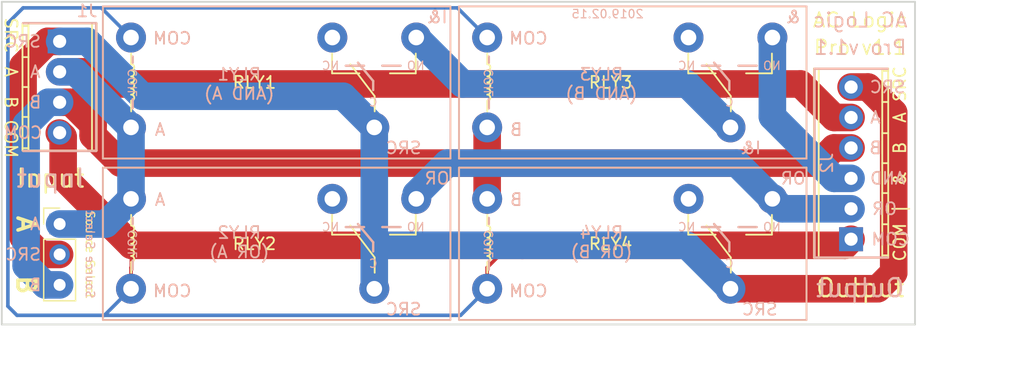
<source format=kicad_pcb>
(kicad_pcb (version 4) (host pcbnew 4.0.7)

  (general
    (links 22)
    (no_connects 0)
    (area 114.478999 75.362999 190.829001 102.437001)
    (thickness 1.6)
    (drawings 92)
    (tracks 81)
    (zones 0)
    (modules 7)
    (nets 12)
  )

  (page A4)
  (layers
    (0 F.Cu signal hide)
    (31 B.Cu signal hide)
    (32 B.Adhes user)
    (33 F.Adhes user)
    (34 B.Paste user)
    (35 F.Paste user)
    (36 B.SilkS user)
    (37 F.SilkS user)
    (38 B.Mask user)
    (39 F.Mask user)
    (40 Dwgs.User user)
    (41 Cmts.User user)
    (42 Eco1.User user)
    (43 Eco2.User user)
    (44 Edge.Cuts user)
    (45 Margin user)
    (46 B.CrtYd user)
    (47 F.CrtYd user)
    (48 B.Fab user hide)
    (49 F.Fab user hide)
  )

  (setup
    (last_trace_width 0.25)
    (trace_clearance 0.2)
    (zone_clearance 0.508)
    (zone_45_only no)
    (trace_min 0.2)
    (segment_width 0.2)
    (edge_width 0.15)
    (via_size 0.6)
    (via_drill 0.4)
    (via_min_size 0.4)
    (via_min_drill 0.3)
    (uvia_size 0.3)
    (uvia_drill 0.1)
    (uvias_allowed no)
    (uvia_min_size 0.2)
    (uvia_min_drill 0.1)
    (pcb_text_width 0.3)
    (pcb_text_size 1.5 1.5)
    (mod_edge_width 0.15)
    (mod_text_size 1 1)
    (mod_text_width 0.15)
    (pad_size 1.524 1.524)
    (pad_drill 0.762)
    (pad_to_mask_clearance 0.2)
    (aux_axis_origin 0 0)
    (visible_elements 7FFFFFFF)
    (pcbplotparams
      (layerselection 0x010f0_80000001)
      (usegerberextensions false)
      (excludeedgelayer true)
      (linewidth 0.100000)
      (plotframeref false)
      (viasonmask false)
      (mode 1)
      (useauxorigin false)
      (hpglpennumber 1)
      (hpglpenspeed 20)
      (hpglpendiameter 15)
      (hpglpenoverlay 2)
      (psnegative false)
      (psa4output false)
      (plotreference true)
      (plotvalue true)
      (plotinvisibletext false)
      (padsonsilk false)
      (subtractmaskfromsilk false)
      (outputformat 1)
      (mirror false)
      (drillshape 0)
      (scaleselection 1)
      (outputdirectory Export/))
  )

  (net 0 "")
  (net 1 SOURCE)
  (net 2 A)
  (net 3 B)
  (net 4 COMMON)
  (net 5 AND)
  (net 6 OR)
  (net 7 INT_AND)
  (net 8 "Net-(RLY1-Pad12)")
  (net 9 "Net-(RLY2-Pad12)")
  (net 10 "Net-(RLY3-Pad12)")
  (net 11 "Net-(RLY4-Pad12)")

  (net_class Default "This is the default net class."
    (clearance 0.2)
    (trace_width 0.25)
    (via_dia 0.6)
    (via_drill 0.4)
    (uvia_dia 0.3)
    (uvia_drill 0.1)
  )

  (net_class "High Current" ""
    (clearance 0.2)
    (trace_width 2.3)
    (via_dia 0.6)
    (via_drill 0.4)
    (uvia_dia 0.3)
    (uvia_drill 0.1)
    (add_net A)
    (add_net AND)
    (add_net B)
    (add_net INT_AND)
    (add_net OR)
    (add_net SOURCE)
  )

  (net_class "Low Current" ""
    (clearance 0.2)
    (trace_width 0.3)
    (via_dia 0.6)
    (via_drill 0.4)
    (uvia_dia 0.3)
    (uvia_drill 0.1)
    (add_net COMMON)
    (add_net "Net-(RLY1-Pad12)")
    (add_net "Net-(RLY2-Pad12)")
    (add_net "Net-(RLY3-Pad12)")
    (add_net "Net-(RLY4-Pad12)")
  )

  (module Pin_Headers:Pin_Header_Straight_1x03_Pitch2.54mm (layer F.Cu) (tedit 5C58C9F5) (tstamp 5C58B6FB)
    (at 119.38 93.98)
    (descr "Through hole straight pin header, 1x03, 2.54mm pitch, single row")
    (tags "Through hole pin header THT 1x03 2.54mm single row")
    (path /5C58CA88)
    (fp_text reference JP1 (at 0 7.366) (layer F.SilkS) hide
      (effects (font (size 1 1) (thickness 0.15)))
    )
    (fp_text value "Source Select" (at -2.794 2.54 270) (layer F.Fab)
      (effects (font (size 1 1) (thickness 0.15)))
    )
    (fp_line (start -0.635 -1.27) (end 1.27 -1.27) (layer F.Fab) (width 0.1))
    (fp_line (start 1.27 -1.27) (end 1.27 6.35) (layer F.Fab) (width 0.1))
    (fp_line (start 1.27 6.35) (end -1.27 6.35) (layer F.Fab) (width 0.1))
    (fp_line (start -1.27 6.35) (end -1.27 -0.635) (layer F.Fab) (width 0.1))
    (fp_line (start -1.27 -0.635) (end -0.635 -1.27) (layer F.Fab) (width 0.1))
    (fp_line (start -1.33 6.41) (end 1.33 6.41) (layer F.SilkS) (width 0.12))
    (fp_line (start -1.33 1.27) (end -1.33 6.41) (layer F.SilkS) (width 0.12))
    (fp_line (start 1.33 1.27) (end 1.33 6.41) (layer F.SilkS) (width 0.12))
    (fp_line (start -1.33 1.27) (end 1.33 1.27) (layer F.SilkS) (width 0.12))
    (fp_line (start -1.33 0) (end -1.33 -1.33) (layer F.SilkS) (width 0.12))
    (fp_line (start -1.33 -1.33) (end 0 -1.33) (layer F.SilkS) (width 0.12))
    (fp_line (start -1.8 -1.8) (end -1.8 6.85) (layer F.CrtYd) (width 0.05))
    (fp_line (start -1.8 6.85) (end 1.8 6.85) (layer F.CrtYd) (width 0.05))
    (fp_line (start 1.8 6.85) (end 1.8 -1.8) (layer F.CrtYd) (width 0.05))
    (fp_line (start 1.8 -1.8) (end -1.8 -1.8) (layer F.CrtYd) (width 0.05))
    (fp_text user %R (at 0 -2.032) (layer F.Fab)
      (effects (font (size 1 1) (thickness 0.15)))
    )
    (pad 1 thru_hole rect (at 0 0) (size 1.7 1.7) (drill 1) (layers *.Cu *.Mask)
      (net 2 A))
    (pad 2 thru_hole oval (at 0 2.54) (size 1.7 1.7) (drill 1) (layers *.Cu *.Mask)
      (net 1 SOURCE))
    (pad 3 thru_hole oval (at 0 5.08) (size 1.7 1.7) (drill 1) (layers *.Cu *.Mask)
      (net 3 B))
    (model ${KISYS3DMOD}/Pin_Headers.3dshapes/Pin_Header_Straight_1x03_Pitch2.54mm.wrl
      (at (xyz 0 0 0))
      (scale (xyz 1 1 1))
      (rotate (xyz 0 0 0))
    )
  )

  (module Footprints:TE-RT1-3.5mm (layer F.Cu) (tedit 5C6730EF) (tstamp 5C58B71E)
    (at 135.636 82.169)
    (path /5C58C26A)
    (fp_text reference RLY1 (at 0 0) (layer F.SilkS)
      (effects (font (size 1 1) (thickness 0.15)))
    )
    (fp_text value AND_A (at 0 5.08) (layer F.Fab)
      (effects (font (size 1 1) (thickness 0.15)))
    )
    (fp_line (start -10.287 -1.524) (end -10.287 -2.413) (layer F.SilkS) (width 0.15))
    (fp_line (start -10.287 1.524) (end -10.287 2.413) (layer F.SilkS) (width 0.15))
    (fp_arc (start -10.287 -0.254) (end -10.287 -0.508) (angle 180) (layer F.SilkS) (width 0.15))
    (fp_line (start 10.033 1.143) (end 8.001 -1.524) (layer F.SilkS) (width 0.15))
    (fp_line (start 10.033 2.413) (end 10.033 1.143) (layer F.SilkS) (width 0.15))
    (fp_line (start 13.462 -0.762) (end 11.303 -0.762) (layer F.SilkS) (width 0.15))
    (fp_line (start 13.462 -2.413) (end 13.462 -0.762) (layer F.SilkS) (width 0.15))
    (fp_line (start 6.477 -0.762) (end 8.763 -0.762) (layer F.SilkS) (width 0.15))
    (fp_line (start 6.477 -2.413) (end 6.477 -0.762) (layer F.SilkS) (width 0.15))
    (fp_text user C (at 9.906 1.651) (layer B.SilkS)
      (effects (font (size 0.7 0.7) (thickness 0.1)) (justify mirror))
    )
    (fp_line (start -12.65 -6.35) (end -12.65 6.35) (layer F.SilkS) (width 0.15))
    (fp_line (start 16.35 6.35) (end -12.65 6.35) (layer F.SilkS) (width 0.15))
    (fp_line (start 16.35 -6.35) (end 16.35 6.35) (layer F.SilkS) (width 0.15))
    (fp_line (start -12.65 -6.35) (end 16.35 -6.35) (layer F.SilkS) (width 0.15))
    (fp_text user NO (at 13.462 -1.397) (layer B.SilkS)
      (effects (font (size 0.7 0.7) (thickness 0.1)) (justify mirror))
    )
    (fp_text user NC (at 6.35 -1.397) (layer B.SilkS)
      (effects (font (size 0.7 0.7) (thickness 0.1)) (justify mirror))
    )
    (fp_text user COIL (at -10.16 0 90) (layer B.SilkS)
      (effects (font (size 0.7 0.7) (thickness 0.1)) (justify mirror))
    )
    (fp_arc (start -10.287 -1.27) (end -10.287 -1.524) (angle 180) (layer F.SilkS) (width 0.15))
    (fp_arc (start -10.287 -0.762) (end -10.287 -1.016) (angle 180) (layer F.SilkS) (width 0.15))
    (fp_arc (start -10.287 0.762) (end -10.287 0.508) (angle 180) (layer F.SilkS) (width 0.15))
    (fp_arc (start -10.287 0.254) (end -10.287 0) (angle 180) (layer F.SilkS) (width 0.15))
    (fp_arc (start -10.287 1.27) (end -10.287 1.016) (angle 180) (layer F.SilkS) (width 0.15))
    (fp_line (start -12.65 6.35) (end 16.35 6.35) (layer B.SilkS) (width 0.15))
    (fp_line (start 16.35 6.35) (end 16.35 -6.35) (layer B.SilkS) (width 0.15))
    (fp_line (start 16.35 -6.35) (end -12.65 -6.35) (layer B.SilkS) (width 0.15))
    (fp_line (start -12.65 6.35) (end -12.65 -6.35) (layer B.SilkS) (width 0.15))
    (pad A2 thru_hole circle (at -10.3 3.75) (size 2.5 2.5) (drill 1.3) (layers *.Cu *.Mask)
      (net 2 A))
    (pad A1 thru_hole circle (at -10.3 -3.75) (size 2.5 2.5) (drill 1.3) (layers *.Cu *.Mask)
      (net 4 COMMON))
    (pad 11 thru_hole circle (at 10 3.75) (size 2.5 2.5) (drill 1.3) (layers *.Cu *.Mask)
      (net 1 SOURCE))
    (pad 14 thru_hole circle (at 13.5 -3.75) (size 2.5 2.5) (drill 1.3) (layers *.Cu *.Mask)
      (net 7 INT_AND))
    (pad 12 thru_hole circle (at 6.5 -3.75) (size 2.5 2.5) (drill 1.3) (layers *.Cu *.Mask)
      (net 8 "Net-(RLY1-Pad12)"))
    (model Relays_THT.3dshapes/Relay_SPDT_OMRON-G6E.wrl
      (at (xyz 0.525 0.19 0))
      (scale (xyz 1.8 1.25 1.8))
      (rotate (xyz 0 0 180))
    )
  )

  (module Footprints:TE-RT1-3.5mm (layer F.Cu) (tedit 5C673101) (tstamp 5C58B741)
    (at 135.636 95.631)
    (path /5C58C2E3)
    (fp_text reference RLY2 (at 0 0) (layer F.SilkS)
      (effects (font (size 1 1) (thickness 0.15)))
    )
    (fp_text value OR_A (at 0 5.08) (layer F.Fab)
      (effects (font (size 1 1) (thickness 0.15)))
    )
    (fp_line (start -10.287 -1.524) (end -10.287 -2.413) (layer F.SilkS) (width 0.15))
    (fp_line (start -10.287 1.524) (end -10.287 2.413) (layer F.SilkS) (width 0.15))
    (fp_arc (start -10.287 -0.254) (end -10.287 -0.508) (angle 180) (layer F.SilkS) (width 0.15))
    (fp_line (start 10.033 1.143) (end 8.001 -1.524) (layer F.SilkS) (width 0.15))
    (fp_line (start 10.033 2.413) (end 10.033 1.143) (layer F.SilkS) (width 0.15))
    (fp_line (start 13.462 -0.762) (end 11.303 -0.762) (layer F.SilkS) (width 0.15))
    (fp_line (start 13.462 -2.413) (end 13.462 -0.762) (layer F.SilkS) (width 0.15))
    (fp_line (start 6.477 -0.762) (end 8.763 -0.762) (layer F.SilkS) (width 0.15))
    (fp_line (start 6.477 -2.413) (end 6.477 -0.762) (layer F.SilkS) (width 0.15))
    (fp_text user C (at 9.906 1.651) (layer B.SilkS)
      (effects (font (size 0.7 0.7) (thickness 0.1)) (justify mirror))
    )
    (fp_line (start -12.65 -6.35) (end -12.65 6.35) (layer F.SilkS) (width 0.15))
    (fp_line (start 16.35 6.35) (end -12.65 6.35) (layer F.SilkS) (width 0.15))
    (fp_line (start 16.35 -6.35) (end 16.35 6.35) (layer F.SilkS) (width 0.15))
    (fp_line (start -12.65 -6.35) (end 16.35 -6.35) (layer F.SilkS) (width 0.15))
    (fp_text user NO (at 13.462 -1.397) (layer B.SilkS)
      (effects (font (size 0.7 0.7) (thickness 0.1)) (justify mirror))
    )
    (fp_text user NC (at 6.35 -1.397) (layer B.SilkS)
      (effects (font (size 0.7 0.7) (thickness 0.1)) (justify mirror))
    )
    (fp_text user COIL (at -10.16 0 90) (layer B.SilkS)
      (effects (font (size 0.7 0.7) (thickness 0.1)) (justify mirror))
    )
    (fp_arc (start -10.287 -1.27) (end -10.287 -1.524) (angle 180) (layer F.SilkS) (width 0.15))
    (fp_arc (start -10.287 -0.762) (end -10.287 -1.016) (angle 180) (layer F.SilkS) (width 0.15))
    (fp_arc (start -10.287 0.762) (end -10.287 0.508) (angle 180) (layer F.SilkS) (width 0.15))
    (fp_arc (start -10.287 0.254) (end -10.287 0) (angle 180) (layer F.SilkS) (width 0.15))
    (fp_arc (start -10.287 1.27) (end -10.287 1.016) (angle 180) (layer F.SilkS) (width 0.15))
    (fp_line (start -12.65 6.35) (end 16.35 6.35) (layer B.SilkS) (width 0.15))
    (fp_line (start 16.35 6.35) (end 16.35 -6.35) (layer B.SilkS) (width 0.15))
    (fp_line (start 16.35 -6.35) (end -12.65 -6.35) (layer B.SilkS) (width 0.15))
    (fp_line (start -12.65 6.35) (end -12.65 -6.35) (layer B.SilkS) (width 0.15))
    (pad A2 thru_hole circle (at -10.3 3.75) (size 2.5 2.5) (drill 1.3) (layers *.Cu *.Mask)
      (net 4 COMMON))
    (pad A1 thru_hole circle (at -10.3 -3.75) (size 2.5 2.5) (drill 1.3) (layers *.Cu *.Mask)
      (net 2 A))
    (pad 11 thru_hole circle (at 10 3.75) (size 2.5 2.5) (drill 1.3) (layers *.Cu *.Mask)
      (net 1 SOURCE))
    (pad 14 thru_hole circle (at 13.5 -3.75) (size 2.5 2.5) (drill 1.3) (layers *.Cu *.Mask)
      (net 6 OR))
    (pad 12 thru_hole circle (at 6.5 -3.75) (size 2.5 2.5) (drill 1.3) (layers *.Cu *.Mask)
      (net 9 "Net-(RLY2-Pad12)"))
    (model Relays_THT.3dshapes/Relay_SPDT_OMRON-G6E.wrl
      (at (xyz 0.525 0.19 0))
      (scale (xyz 1.8 1.25 1.8))
      (rotate (xyz 0 0 180))
    )
  )

  (module Footprints:TE-RT1-3.5mm (layer F.Cu) (tedit 5C673112) (tstamp 5C58B764)
    (at 165.354 82.169)
    (path /5C58C2AD)
    (fp_text reference RLY3 (at 0 0) (layer F.SilkS)
      (effects (font (size 1 1) (thickness 0.15)))
    )
    (fp_text value AND_B (at 0 5.08) (layer F.Fab)
      (effects (font (size 1 1) (thickness 0.15)))
    )
    (fp_line (start -10.287 -1.524) (end -10.287 -2.413) (layer F.SilkS) (width 0.15))
    (fp_line (start -10.287 1.524) (end -10.287 2.413) (layer F.SilkS) (width 0.15))
    (fp_arc (start -10.287 -0.254) (end -10.287 -0.508) (angle 180) (layer F.SilkS) (width 0.15))
    (fp_line (start 10.033 1.143) (end 8.001 -1.524) (layer F.SilkS) (width 0.15))
    (fp_line (start 10.033 2.413) (end 10.033 1.143) (layer F.SilkS) (width 0.15))
    (fp_line (start 13.462 -0.762) (end 11.303 -0.762) (layer F.SilkS) (width 0.15))
    (fp_line (start 13.462 -2.413) (end 13.462 -0.762) (layer F.SilkS) (width 0.15))
    (fp_line (start 6.477 -0.762) (end 8.763 -0.762) (layer F.SilkS) (width 0.15))
    (fp_line (start 6.477 -2.413) (end 6.477 -0.762) (layer F.SilkS) (width 0.15))
    (fp_text user C (at 9.906 1.651) (layer B.SilkS)
      (effects (font (size 0.7 0.7) (thickness 0.1)) (justify mirror))
    )
    (fp_line (start -12.65 -6.35) (end -12.65 6.35) (layer F.SilkS) (width 0.15))
    (fp_line (start 16.35 6.35) (end -12.65 6.35) (layer F.SilkS) (width 0.15))
    (fp_line (start 16.35 -6.35) (end 16.35 6.35) (layer F.SilkS) (width 0.15))
    (fp_line (start -12.65 -6.35) (end 16.35 -6.35) (layer F.SilkS) (width 0.15))
    (fp_text user NO (at 13.462 -1.397) (layer B.SilkS)
      (effects (font (size 0.7 0.7) (thickness 0.1)) (justify mirror))
    )
    (fp_text user NC (at 6.35 -1.397) (layer B.SilkS)
      (effects (font (size 0.7 0.7) (thickness 0.1)) (justify mirror))
    )
    (fp_text user COIL (at -10.16 0 90) (layer B.SilkS)
      (effects (font (size 0.7 0.7) (thickness 0.1)) (justify mirror))
    )
    (fp_arc (start -10.287 -1.27) (end -10.287 -1.524) (angle 180) (layer F.SilkS) (width 0.15))
    (fp_arc (start -10.287 -0.762) (end -10.287 -1.016) (angle 180) (layer F.SilkS) (width 0.15))
    (fp_arc (start -10.287 0.762) (end -10.287 0.508) (angle 180) (layer F.SilkS) (width 0.15))
    (fp_arc (start -10.287 0.254) (end -10.287 0) (angle 180) (layer F.SilkS) (width 0.15))
    (fp_arc (start -10.287 1.27) (end -10.287 1.016) (angle 180) (layer F.SilkS) (width 0.15))
    (fp_line (start -12.65 6.35) (end 16.35 6.35) (layer B.SilkS) (width 0.15))
    (fp_line (start 16.35 6.35) (end 16.35 -6.35) (layer B.SilkS) (width 0.15))
    (fp_line (start 16.35 -6.35) (end -12.65 -6.35) (layer B.SilkS) (width 0.15))
    (fp_line (start -12.65 6.35) (end -12.65 -6.35) (layer B.SilkS) (width 0.15))
    (pad A2 thru_hole circle (at -10.3 3.75) (size 2.5 2.5) (drill 1.3) (layers *.Cu *.Mask)
      (net 3 B))
    (pad A1 thru_hole circle (at -10.3 -3.75) (size 2.5 2.5) (drill 1.3) (layers *.Cu *.Mask)
      (net 4 COMMON))
    (pad 11 thru_hole circle (at 10 3.75) (size 2.5 2.5) (drill 1.3) (layers *.Cu *.Mask)
      (net 7 INT_AND))
    (pad 14 thru_hole circle (at 13.5 -3.75) (size 2.5 2.5) (drill 1.3) (layers *.Cu *.Mask)
      (net 5 AND))
    (pad 12 thru_hole circle (at 6.5 -3.75) (size 2.5 2.5) (drill 1.3) (layers *.Cu *.Mask)
      (net 10 "Net-(RLY3-Pad12)"))
    (model Relays_THT.3dshapes/Relay_SPDT_OMRON-G6E.wrl
      (at (xyz 0.525 0.19 0))
      (scale (xyz 1.8 1.25 1.8))
      (rotate (xyz 0 0 180))
    )
  )

  (module Footprints:TE-RT1-3.5mm (layer F.Cu) (tedit 5C673122) (tstamp 5C58B787)
    (at 165.354 95.631)
    (path /5C58C357)
    (fp_text reference RLY4 (at 0 0) (layer F.SilkS)
      (effects (font (size 1 1) (thickness 0.15)))
    )
    (fp_text value OR_B (at 0 5.08) (layer F.Fab)
      (effects (font (size 1 1) (thickness 0.15)))
    )
    (fp_line (start -10.287 -1.524) (end -10.287 -2.413) (layer F.SilkS) (width 0.15))
    (fp_line (start -10.287 1.524) (end -10.287 2.413) (layer F.SilkS) (width 0.15))
    (fp_arc (start -10.287 -0.254) (end -10.287 -0.508) (angle 180) (layer F.SilkS) (width 0.15))
    (fp_line (start 10.033 1.143) (end 8.001 -1.524) (layer F.SilkS) (width 0.15))
    (fp_line (start 10.033 2.413) (end 10.033 1.143) (layer F.SilkS) (width 0.15))
    (fp_line (start 13.462 -0.762) (end 11.303 -0.762) (layer F.SilkS) (width 0.15))
    (fp_line (start 13.462 -2.413) (end 13.462 -0.762) (layer F.SilkS) (width 0.15))
    (fp_line (start 6.477 -0.762) (end 8.763 -0.762) (layer F.SilkS) (width 0.15))
    (fp_line (start 6.477 -2.413) (end 6.477 -0.762) (layer F.SilkS) (width 0.15))
    (fp_text user C (at 9.906 1.651) (layer B.SilkS)
      (effects (font (size 0.7 0.7) (thickness 0.1)) (justify mirror))
    )
    (fp_line (start -12.65 -6.35) (end -12.65 6.35) (layer F.SilkS) (width 0.15))
    (fp_line (start 16.35 6.35) (end -12.65 6.35) (layer F.SilkS) (width 0.15))
    (fp_line (start 16.35 -6.35) (end 16.35 6.35) (layer F.SilkS) (width 0.15))
    (fp_line (start -12.65 -6.35) (end 16.35 -6.35) (layer F.SilkS) (width 0.15))
    (fp_text user NO (at 13.462 -1.397) (layer B.SilkS)
      (effects (font (size 0.7 0.7) (thickness 0.1)) (justify mirror))
    )
    (fp_text user NC (at 6.35 -1.397) (layer B.SilkS)
      (effects (font (size 0.7 0.7) (thickness 0.1)) (justify mirror))
    )
    (fp_text user COIL (at -10.16 0 90) (layer B.SilkS)
      (effects (font (size 0.7 0.7) (thickness 0.1)) (justify mirror))
    )
    (fp_arc (start -10.287 -1.27) (end -10.287 -1.524) (angle 180) (layer F.SilkS) (width 0.15))
    (fp_arc (start -10.287 -0.762) (end -10.287 -1.016) (angle 180) (layer F.SilkS) (width 0.15))
    (fp_arc (start -10.287 0.762) (end -10.287 0.508) (angle 180) (layer F.SilkS) (width 0.15))
    (fp_arc (start -10.287 0.254) (end -10.287 0) (angle 180) (layer F.SilkS) (width 0.15))
    (fp_arc (start -10.287 1.27) (end -10.287 1.016) (angle 180) (layer F.SilkS) (width 0.15))
    (fp_line (start -12.65 6.35) (end 16.35 6.35) (layer B.SilkS) (width 0.15))
    (fp_line (start 16.35 6.35) (end 16.35 -6.35) (layer B.SilkS) (width 0.15))
    (fp_line (start 16.35 -6.35) (end -12.65 -6.35) (layer B.SilkS) (width 0.15))
    (fp_line (start -12.65 6.35) (end -12.65 -6.35) (layer B.SilkS) (width 0.15))
    (pad A2 thru_hole circle (at -10.3 3.75) (size 2.5 2.5) (drill 1.3) (layers *.Cu *.Mask)
      (net 4 COMMON))
    (pad A1 thru_hole circle (at -10.3 -3.75) (size 2.5 2.5) (drill 1.3) (layers *.Cu *.Mask)
      (net 3 B))
    (pad 11 thru_hole circle (at 10 3.75) (size 2.5 2.5) (drill 1.3) (layers *.Cu *.Mask)
      (net 1 SOURCE))
    (pad 14 thru_hole circle (at 13.5 -3.75) (size 2.5 2.5) (drill 1.3) (layers *.Cu *.Mask)
      (net 6 OR))
    (pad 12 thru_hole circle (at 6.5 -3.75) (size 2.5 2.5) (drill 1.3) (layers *.Cu *.Mask)
      (net 11 "Net-(RLY4-Pad12)"))
    (model Relays_THT.3dshapes/Relay_SPDT_OMRON-G6E.wrl
      (at (xyz 0.525 0.19 0))
      (scale (xyz 1.8 1.25 1.8))
      (rotate (xyz 0 0 180))
    )
  )

  (module TerminalBlocks_Phoenix:TerminalBlock_Phoenix_MPT-2.54mm_4pol (layer F.Cu) (tedit 59FF0755) (tstamp 5C58BD7D)
    (at 119.38 78.74 270)
    (descr "4-way 2.54mm pitch terminal block, Phoenix MPT series")
    (path /5C58A683)
    (fp_text reference J1 (at -2.54 -2.286 360) (layer B.SilkS)
      (effects (font (size 1 1) (thickness 0.15)) (justify mirror))
    )
    (fp_text value Input (at -2.286 1.016 360) (layer F.Fab)
      (effects (font (size 1 1) (thickness 0.15)))
    )
    (fp_text user %R (at -2.286 -2.286 360) (layer F.Fab)
      (effects (font (size 1 1) (thickness 0.15)))
    )
    (fp_line (start -1.78 -3.3) (end 9.4 -3.3) (layer F.CrtYd) (width 0.05))
    (fp_line (start -1.78 3.3) (end -1.78 -3.3) (layer F.CrtYd) (width 0.05))
    (fp_line (start 9.4 3.3) (end -1.78 3.3) (layer F.CrtYd) (width 0.05))
    (fp_line (start 9.4 -3.3) (end 9.4 3.3) (layer F.CrtYd) (width 0.05))
    (fp_line (start 9.11098 -3.0988) (end -1.49098 -3.0988) (layer F.SilkS) (width 0.15))
    (fp_line (start -1.49098 -2.70002) (end 9.11098 -2.70002) (layer F.SilkS) (width 0.15))
    (fp_line (start -1.49098 2.60096) (end 9.11098 2.60096) (layer F.SilkS) (width 0.15))
    (fp_line (start 9.11098 3.0988) (end -1.49098 3.0988) (layer F.SilkS) (width 0.15))
    (fp_line (start 6.30682 2.60096) (end 6.30682 3.0988) (layer F.SilkS) (width 0.15))
    (fp_line (start 3.81 2.60096) (end 3.81 3.0988) (layer F.SilkS) (width 0.15))
    (fp_line (start -1.28778 3.0988) (end -1.28778 2.60096) (layer F.SilkS) (width 0.15))
    (fp_line (start 8.91032 2.60096) (end 8.91032 3.0988) (layer F.SilkS) (width 0.15))
    (fp_line (start 1.31318 3.0988) (end 1.31318 2.60096) (layer F.SilkS) (width 0.15))
    (fp_line (start 9.10844 3.0988) (end 9.10844 -3.0988) (layer F.SilkS) (width 0.15))
    (fp_line (start -1.4859 -3.0988) (end -1.4859 3.0988) (layer F.SilkS) (width 0.15))
    (pad 4 thru_hole oval (at 7.62 0 90) (size 1.99898 1.99898) (drill 1.09728) (layers *.Cu *.Mask)
      (net 4 COMMON))
    (pad 1 thru_hole rect (at 0 0 90) (size 1.99898 1.99898) (drill 1.09728) (layers *.Cu *.Mask)
      (net 1 SOURCE))
    (pad 2 thru_hole oval (at 2.54 0 90) (size 1.99898 1.99898) (drill 1.09728) (layers *.Cu *.Mask)
      (net 2 A))
    (pad 3 thru_hole oval (at 5.08 0 90) (size 1.99898 1.99898) (drill 1.09728) (layers *.Cu *.Mask)
      (net 3 B))
    (model Terminal_Blocks.3dshapes/TerminalBlock_Pheonix_MPT-2.54mm_4pol.wrl
      (at (xyz 0.15 0 0))
      (scale (xyz 1 1 1))
      (rotate (xyz 0 0 0))
    )
  )

  (module TerminalBlocks_Phoenix:TerminalBlock_Phoenix_MPT-2.54mm_6pol (layer F.Cu) (tedit 59FF0755) (tstamp 5C58BD84)
    (at 185.42 95.25 90)
    (descr "6-way 2.54mm pitch terminal block, Phoenix MPT series")
    (path /5C58A758)
    (fp_text reference J2 (at 6.35 -2.032 270) (layer B.SilkS)
      (effects (font (size 1 1) (thickness 0.15)) (justify mirror))
    )
    (fp_text value Output (at 15.24 0 180) (layer F.Fab)
      (effects (font (size 1 1) (thickness 0.15)))
    )
    (fp_text user %R (at 15.24 3.81 180) (layer F.Fab)
      (effects (font (size 1 1) (thickness 0.15)))
    )
    (fp_line (start -1.78 -3.3) (end 14.48 -3.3) (layer F.CrtYd) (width 0.05))
    (fp_line (start -1.78 3.3) (end -1.78 -3.3) (layer F.CrtYd) (width 0.05))
    (fp_line (start 14.48 3.3) (end -1.78 3.3) (layer F.CrtYd) (width 0.05))
    (fp_line (start 14.48 -3.3) (end 14.48 3.3) (layer F.CrtYd) (width 0.05))
    (fp_line (start 14.2494 -3.0988) (end -1.5494 -3.0988) (layer F.SilkS) (width 0.15))
    (fp_line (start 14.2494 -2.70002) (end -1.5494 -2.70002) (layer F.SilkS) (width 0.15))
    (fp_line (start -1.5494 3.0988) (end 14.2494 3.0988) (layer F.SilkS) (width 0.15))
    (fp_line (start 14.2494 2.60096) (end -1.5494 2.60096) (layer F.SilkS) (width 0.15))
    (fp_line (start 11.45032 2.60096) (end 11.45032 3.0988) (layer F.SilkS) (width 0.15))
    (fp_line (start 8.84936 2.60096) (end 8.84936 3.0988) (layer F.SilkS) (width 0.15))
    (fp_line (start 6.34746 2.60096) (end 6.34746 3.0988) (layer F.SilkS) (width 0.15))
    (fp_line (start 3.85064 2.60096) (end 3.85064 3.0988) (layer F.SilkS) (width 0.15))
    (fp_line (start -1.3462 3.0988) (end -1.3462 2.60096) (layer F.SilkS) (width 0.15))
    (fp_line (start 14.0462 2.60096) (end 14.0462 3.0988) (layer F.SilkS) (width 0.15))
    (fp_line (start 1.25222 3.0988) (end 1.25222 2.60096) (layer F.SilkS) (width 0.15))
    (fp_line (start 14.24432 3.0988) (end 14.24432 -3.0988) (layer F.SilkS) (width 0.15))
    (fp_line (start -1.54432 -3.0988) (end -1.54432 3.0988) (layer F.SilkS) (width 0.15))
    (pad 4 thru_hole oval (at 7.62 0 270) (size 1.99898 1.99898) (drill 1.09728) (layers *.Cu *.Mask)
      (net 3 B))
    (pad 1 thru_hole rect (at 0 0 270) (size 1.99898 1.99898) (drill 1.09728) (layers *.Cu *.Mask)
      (net 4 COMMON))
    (pad 2 thru_hole oval (at 2.54 0 270) (size 1.99898 1.99898) (drill 1.09728) (layers *.Cu *.Mask)
      (net 6 OR))
    (pad 3 thru_hole oval (at 5.08 0 270) (size 1.99898 1.99898) (drill 1.09728) (layers *.Cu *.Mask)
      (net 5 AND))
    (pad 5 thru_hole oval (at 10.16 0 270) (size 1.99898 1.99898) (drill 1.09728) (layers *.Cu *.Mask)
      (net 2 A))
    (pad 6 thru_hole oval (at 12.7 0 270) (size 1.99898 1.99898) (drill 1.09728) (layers *.Cu *.Mask)
      (net 1 SOURCE))
    (model Terminal_Blocks.3dshapes/TerminalBlock_Pheonix_MPT-2.54mm_6pol.wrl
      (at (xyz 0.25 0 0))
      (scale (xyz 1 1 1))
      (rotate (xyz 0 0 0))
    )
  )

  (gr_text 2019.02.15 (at 165.1 76.454) (layer B.SilkS)
    (effects (font (size 0.7 0.7) (thickness 0.1)) (justify mirror))
  )
  (dimension 76.2 (width 0.3) (layer Eco1.User)
    (gr_text "76.200 mm" (at 152.654 108.03) (layer Eco1.User)
      (effects (font (size 1.5 1.5) (thickness 0.3)))
    )
    (feature1 (pts (xy 190.754 104.14) (xy 190.754 109.38)))
    (feature2 (pts (xy 114.554 104.14) (xy 114.554 109.38)))
    (crossbar (pts (xy 114.554 106.68) (xy 190.754 106.68)))
    (arrow1a (pts (xy 190.754 106.68) (xy 189.627496 107.266421)))
    (arrow1b (pts (xy 190.754 106.68) (xy 189.627496 106.093579)))
    (arrow2a (pts (xy 114.554 106.68) (xy 115.680504 107.266421)))
    (arrow2b (pts (xy 114.554 106.68) (xy 115.680504 106.093579)))
  )
  (dimension 26.924 (width 0.3) (layer Eco1.User)
    (gr_text "26.924 mm" (at 197.184 88.9 90) (layer Eco1.User)
      (effects (font (size 1.5 1.5) (thickness 0.3)))
    )
    (feature1 (pts (xy 193.04 75.438) (xy 198.534 75.438)))
    (feature2 (pts (xy 193.04 102.362) (xy 198.534 102.362)))
    (crossbar (pts (xy 195.834 102.362) (xy 195.834 75.438)))
    (arrow1a (pts (xy 195.834 75.438) (xy 196.420421 76.564504)))
    (arrow1b (pts (xy 195.834 75.438) (xy 195.247579 76.564504)))
    (arrow2a (pts (xy 195.834 102.362) (xy 196.420421 101.235496)))
    (arrow2b (pts (xy 195.834 102.362) (xy 195.247579 101.235496)))
  )
  (gr_text Input (at 118.618 90.17) (layer B.SilkS) (tstamp 5C58D0C7)
    (effects (font (size 1.5 1.5) (thickness 0.2)) (justify mirror))
  )
  (gr_text Output (at 186.182 99.314) (layer B.SilkS) (tstamp 5C58D0C5)
    (effects (font (size 1.5 1.5) (thickness 0.2)) (justify mirror))
  )
  (gr_text "Pro v1.1" (at 186.182 79.248) (layer B.SilkS) (tstamp 5C58D0C3)
    (effects (font (size 1.2 1.2) (thickness 0.15)) (justify mirror))
  )
  (gr_text "AC Logic" (at 186.182 76.962) (layer B.SilkS) (tstamp 5C58D0C1)
    (effects (font (size 1.2 1.2) (thickness 0.15)) (justify mirror))
  )
  (gr_text "Pro v1.1" (at 186.182 79.248) (layer F.SilkS) (tstamp 5C58D0A5)
    (effects (font (size 1.2 1.2) (thickness 0.15)))
  )
  (gr_text "AC Logic" (at 186.182 76.962) (layer F.SilkS) (tstamp 5C58D09E)
    (effects (font (size 1.2 1.2) (thickness 0.15)))
  )
  (gr_line (start 182.372 81.026) (end 188.468 81.026) (layer B.SilkS) (width 0.2))
  (gr_line (start 182.372 96.774) (end 182.372 81.026) (layer B.SilkS) (width 0.2))
  (gr_line (start 188.468 96.774) (end 182.372 96.774) (layer B.SilkS) (width 0.2))
  (gr_line (start 122.428 87.884) (end 116.332 87.884) (layer B.SilkS) (width 0.2))
  (gr_line (start 122.428 77.216) (end 122.428 87.884) (layer B.SilkS) (width 0.2))
  (gr_line (start 116.332 77.216) (end 122.428 77.216) (layer B.SilkS) (width 0.2))
  (gr_text "Source Select" (at 121.92 96.52 270) (layer B.SilkS) (tstamp 5C58D099)
    (effects (font (size 0.7 0.7) (thickness 0.1)) (justify mirror))
  )
  (gr_text OR (at 188.214 92.71) (layer B.SilkS) (tstamp 5C58D087)
    (effects (font (size 1 1) (thickness 0.15)) (justify mirror))
  )
  (gr_text AND (at 188.468 90.17) (layer B.SilkS) (tstamp 5C58D086)
    (effects (font (size 1 1) (thickness 0.15)) (justify mirror))
  )
  (gr_text B (at 187.452 87.63) (layer B.SilkS) (tstamp 5C58D07A)
    (effects (font (size 1 1) (thickness 0.15)) (justify mirror))
  )
  (gr_text A (at 187.452 85.09) (layer B.SilkS) (tstamp 5C58D078)
    (effects (font (size 1 1) (thickness 0.15)) (justify mirror))
  )
  (gr_text COM (at 188.722 95.25) (layer B.SilkS) (tstamp 5C58D076)
    (effects (font (size 1 1) (thickness 0.15)) (justify mirror))
  )
  (gr_text SRC (at 188.468 82.55) (layer B.SilkS) (tstamp 5C58D074)
    (effects (font (size 1 1) (thickness 0.15)) (justify mirror))
  )
  (gr_text A (at 117.348 93.98) (layer B.SilkS) (tstamp 5C58D06B)
    (effects (font (size 1 1) (thickness 0.15)) (justify mirror))
  )
  (gr_text B (at 117.348 99.06) (layer B.SilkS) (tstamp 5C58D069)
    (effects (font (size 1 1) (thickness 0.15)) (justify mirror))
  )
  (gr_text SRC (at 116.332 96.52) (layer B.SilkS) (tstamp 5C58D067)
    (effects (font (size 1 1) (thickness 0.15)) (justify mirror))
  )
  (gr_text SRC (at 116.332 78.74) (layer B.SilkS) (tstamp 5C58D060)
    (effects (font (size 1 1) (thickness 0.15)) (justify mirror))
  )
  (gr_text A (at 117.348 81.28) (layer B.SilkS) (tstamp 5C58D05F)
    (effects (font (size 1 1) (thickness 0.15)) (justify mirror))
  )
  (gr_text B (at 117.348 83.82) (layer B.SilkS) (tstamp 5C58D05E)
    (effects (font (size 1 1) (thickness 0.15)) (justify mirror))
  )
  (gr_text COM (at 116.332 86.36) (layer B.SilkS) (tstamp 5C58D05D)
    (effects (font (size 1 1) (thickness 0.15)) (justify mirror))
  )
  (gr_text I& (at 177.038 87.63) (layer B.SilkS) (tstamp 5C58D058)
    (effects (font (size 1 1) (thickness 0.15)) (justify mirror))
  )
  (gr_text SRC (at 177.8 101.092) (layer B.SilkS) (tstamp 5C58D051)
    (effects (font (size 1 1) (thickness 0.15)) (justify mirror))
  )
  (gr_text SRC (at 148.082 101.092) (layer B.SilkS) (tstamp 5C58D050)
    (effects (font (size 1 1) (thickness 0.15)) (justify mirror))
  )
  (gr_text SRC (at 148.082 87.63) (layer B.SilkS) (tstamp 5C58D04C)
    (effects (font (size 1 1) (thickness 0.15)) (justify mirror))
  )
  (gr_line (start 155.194 83.566) (end 155.194 84.328) (layer B.SilkS) (width 0.2) (tstamp 5C58D048))
  (gr_line (start 155.194 97.028) (end 155.194 97.79) (layer B.SilkS) (width 0.2) (tstamp 5C58D047))
  (gr_line (start 125.476 97.028) (end 125.476 97.79) (layer B.SilkS) (width 0.2) (tstamp 5C58D046))
  (gr_line (start 125.476 93.98) (end 125.476 93.472) (layer B.SilkS) (width 0.2) (tstamp 5C58D043))
  (gr_line (start 155.194 93.98) (end 155.194 93.472) (layer B.SilkS) (width 0.2) (tstamp 5C58D042))
  (gr_line (start 155.194 80.518) (end 155.194 80.01) (layer B.SilkS) (width 0.2) (tstamp 5C58D041))
  (gr_line (start 125.476 83.566) (end 125.476 84.328) (layer B.SilkS) (width 0.2))
  (gr_line (start 125.476 80.518) (end 125.476 80.01) (layer B.SilkS) (width 0.2))
  (gr_line (start 147.828 80.772) (end 146.304 80.772) (layer B.SilkS) (width 0.2) (tstamp 5C58CF1B))
  (gr_line (start 145.542 82.804) (end 145.542 82.042) (layer B.SilkS) (width 0.2) (tstamp 5C58CF1A))
  (gr_line (start 145.542 82.042) (end 144.272 80.518) (layer B.SilkS) (width 0.2) (tstamp 5C58CF19))
  (gr_line (start 143.256 80.772) (end 144.78 80.772) (layer B.SilkS) (width 0.2) (tstamp 5C58CF18))
  (gr_line (start 177.546 80.772) (end 176.022 80.772) (layer B.SilkS) (width 0.2) (tstamp 5C58CF17))
  (gr_line (start 175.26 82.804) (end 175.26 82.042) (layer B.SilkS) (width 0.2) (tstamp 5C58CF16))
  (gr_line (start 175.26 82.042) (end 173.99 80.518) (layer B.SilkS) (width 0.2) (tstamp 5C58CF15))
  (gr_line (start 172.974 80.772) (end 174.498 80.772) (layer B.SilkS) (width 0.2) (tstamp 5C58CF14))
  (gr_line (start 177.546 94.234) (end 176.022 94.234) (layer B.SilkS) (width 0.2) (tstamp 5C58CF13))
  (gr_line (start 175.26 96.266) (end 175.26 95.504) (layer B.SilkS) (width 0.2) (tstamp 5C58CF12))
  (gr_line (start 175.26 95.504) (end 173.99 93.98) (layer B.SilkS) (width 0.2) (tstamp 5C58CF11))
  (gr_line (start 172.974 94.234) (end 174.498 94.234) (layer B.SilkS) (width 0.2) (tstamp 5C58CF10))
  (gr_line (start 145.542 95.504) (end 144.272 93.98) (layer B.SilkS) (width 0.2))
  (gr_line (start 145.542 96.266) (end 145.542 95.504) (layer B.SilkS) (width 0.2))
  (gr_line (start 147.828 94.234) (end 146.304 94.234) (layer B.SilkS) (width 0.2))
  (gr_line (start 143.256 94.234) (end 144.78 94.234) (layer B.SilkS) (width 0.2))
  (gr_text I& (at 150.876 76.708) (layer B.SilkS) (tstamp 5C58CEFC)
    (effects (font (size 1 1) (thickness 0.15)) (justify mirror))
  )
  (gr_text & (at 180.594 76.708) (layer B.SilkS) (tstamp 5C58CEF0)
    (effects (font (size 1 1) (thickness 0.15)) (justify mirror))
  )
  (gr_text OR (at 150.876 90.17) (layer B.SilkS) (tstamp 5C58CEE9)
    (effects (font (size 1 1) (thickness 0.15)) (justify mirror))
  )
  (gr_text OR (at 180.594 90.17) (layer B.SilkS) (tstamp 5C58CEE5)
    (effects (font (size 1 1) (thickness 0.15)) (justify mirror))
  )
  (gr_text A (at 127.762 86.106) (layer B.SilkS) (tstamp 5C58CD1B)
    (effects (font (size 1 1) (thickness 0.15)) (justify mirror))
  )
  (gr_text A (at 127.762 91.948) (layer B.SilkS) (tstamp 5C58CD16)
    (effects (font (size 1 1) (thickness 0.15)) (justify mirror))
  )
  (gr_text B (at 157.48 91.948) (layer B.SilkS) (tstamp 5C58CD15)
    (effects (font (size 1 1) (thickness 0.15)) (justify mirror))
  )
  (gr_text B (at 157.48 86.106) (layer B.SilkS) (tstamp 5C58CD10)
    (effects (font (size 1 1) (thickness 0.15)) (justify mirror))
  )
  (gr_text COM (at 158.496 78.486) (layer B.SilkS) (tstamp 5C58CD0F)
    (effects (font (size 1 1) (thickness 0.15)) (justify mirror))
  )
  (gr_text COM (at 128.778 78.486) (layer B.SilkS) (tstamp 5C58CD0E)
    (effects (font (size 1 1) (thickness 0.15)) (justify mirror))
  )
  (gr_text COM (at 128.778 99.568) (layer B.SilkS) (tstamp 5C58CD0D)
    (effects (font (size 1 1) (thickness 0.15)) (justify mirror))
  )
  (gr_text COM (at 158.496 99.568) (layer B.SilkS) (tstamp 5C58CD04)
    (effects (font (size 1 1) (thickness 0.15)) (justify mirror))
  )
  (gr_text "RLY3\n(AND B)" (at 164.592 82.296) (layer B.SilkS) (tstamp 5C58CBE1)
    (effects (font (size 1 1) (thickness 0.15)) (justify mirror))
  )
  (gr_text "RLY4\n(OR B)" (at 164.592 95.504) (layer B.SilkS) (tstamp 5C58CBDF)
    (effects (font (size 1 1) (thickness 0.15)) (justify mirror))
  )
  (gr_text "RLY2\n(OR A)" (at 134.366 95.504) (layer B.SilkS) (tstamp 5C58CBD3)
    (effects (font (size 1 1) (thickness 0.15)) (justify mirror))
  )
  (gr_text "RLY1\n(AND A)" (at 134.366 82.296) (layer B.SilkS)
    (effects (font (size 1 1) (thickness 0.15)) (justify mirror))
  )
  (gr_text COM (at 189.484 95.504 90) (layer F.SilkS) (tstamp 5C58BBAE)
    (effects (font (size 1 1) (thickness 0.15)))
  )
  (gr_text | (at 189.484 92.71 90) (layer F.SilkS) (tstamp 5C58BBA8)
    (effects (font (size 1 1) (thickness 0.15)))
  )
  (gr_text & (at 189.484 90.17 90) (layer F.SilkS) (tstamp 5C58BB91)
    (effects (font (size 1 1) (thickness 0.15)))
  )
  (gr_text B (at 189.484 87.63 90) (layer F.SilkS) (tstamp 5C58BB90)
    (effects (font (size 1 1) (thickness 0.15)))
  )
  (gr_text A (at 189.484 85.09 90) (layer F.SilkS) (tstamp 5C58BB8F)
    (effects (font (size 1 1) (thickness 0.15)))
  )
  (gr_text SRC (at 189.484 82.296 90) (layer F.SilkS) (tstamp 5C58BB85)
    (effects (font (size 1 1) (thickness 0.15)))
  )
  (gr_text Output (at 186.182 99.314) (layer F.SilkS) (tstamp 5C58BB6D)
    (effects (font (size 1.5 1.5) (thickness 0.2)))
  )
  (gr_text SRC (at 115.316 78.232 270) (layer F.SilkS) (tstamp 5C58BB3F)
    (effects (font (size 1 1) (thickness 0.15)))
  )
  (gr_text COM (at 115.316 86.868 270) (layer F.SilkS) (tstamp 5C58BB3E)
    (effects (font (size 1 1) (thickness 0.15)))
  )
  (gr_text B (at 115.316 83.82 270) (layer F.SilkS) (tstamp 5C58BB3D)
    (effects (font (size 1 1) (thickness 0.15)))
  )
  (gr_text A (at 115.316 81.28 270) (layer F.SilkS) (tstamp 5C58BB37)
    (effects (font (size 1 1) (thickness 0.15)))
  )
  (gr_text Input (at 118.618 90.17) (layer F.SilkS) (tstamp 5C58BB31)
    (effects (font (size 1.5 1.5) (thickness 0.2)))
  )
  (gr_text "Source Select" (at 121.92 96.52 270) (layer F.SilkS)
    (effects (font (size 0.7 0.7) (thickness 0.1)))
  )
  (gr_text B (at 116.586 99.06 270) (layer F.SilkS)
    (effects (font (size 1.5 1.5) (thickness 0.3)))
  )
  (gr_text A (at 116.586 93.98 270) (layer F.SilkS)
    (effects (font (size 1.5 1.5) (thickness 0.3)))
  )
  (gr_line (start 114.554 102.362) (end 114.554 75.438) (layer Edge.Cuts) (width 0.15))
  (gr_line (start 190.754 102.362) (end 114.554 102.362) (layer Edge.Cuts) (width 0.15))
  (gr_line (start 190.754 75.438) (end 190.754 102.362) (layer Edge.Cuts) (width 0.15))
  (gr_line (start 114.554 75.438) (end 190.754 75.438) (layer Edge.Cuts) (width 0.15))

  (segment (start 119.38 78.74) (end 118.384452 78.74) (width 2.3) (layer F.Cu) (net 1))
  (segment (start 118.384452 78.74) (end 116.332 80.792452) (width 2.3) (layer F.Cu) (net 1))
  (segment (start 116.332 80.792452) (end 116.332 95.062002) (width 2.3) (layer F.Cu) (net 1))
  (segment (start 116.332 95.062002) (end 117.789998 96.52) (width 2.3) (layer F.Cu) (net 1))
  (segment (start 118.177919 96.52) (end 119.38 96.52) (width 2.3) (layer F.Cu) (net 1))
  (segment (start 117.789998 96.52) (end 118.177919 96.52) (width 2.3) (layer F.Cu) (net 1))
  (segment (start 145.636 85.919) (end 143.035999 83.318999) (width 2.3) (layer B.Cu) (net 1))
  (segment (start 121.692548 78.74) (end 119.38 78.74) (width 2.3) (layer B.Cu) (net 1))
  (segment (start 143.035999 83.318999) (end 126.271547 83.318999) (width 2.3) (layer B.Cu) (net 1))
  (segment (start 126.271547 83.318999) (end 121.692548 78.74) (width 2.3) (layer B.Cu) (net 1))
  (segment (start 188.976 98.044) (end 188.976 84.692508) (width 2.3) (layer F.Cu) (net 1))
  (segment (start 188.976 84.692508) (end 186.833492 82.55) (width 2.3) (layer F.Cu) (net 1))
  (segment (start 186.833492 82.55) (end 185.42 82.55) (width 2.3) (layer F.Cu) (net 1))
  (segment (start 187.639 99.381) (end 188.976 98.044) (width 2.3) (layer F.Cu) (net 1))
  (segment (start 175.354 99.381) (end 187.639 99.381) (width 2.3) (layer F.Cu) (net 1))
  (segment (start 145.636 99.381) (end 145.636 95.758) (width 2.3) (layer B.Cu) (net 1))
  (segment (start 145.636 95.758) (end 145.636 85.919) (width 2.3) (layer B.Cu) (net 1))
  (segment (start 175.354 99.381) (end 171.731 95.758) (width 2.3) (layer B.Cu) (net 1))
  (segment (start 171.731 95.758) (end 145.636 95.758) (width 2.3) (layer B.Cu) (net 1))
  (segment (start 123.444 82.296) (end 181.212508 82.296) (width 2.3) (layer F.Cu) (net 2))
  (segment (start 181.212508 82.296) (end 184.006508 85.09) (width 2.3) (layer F.Cu) (net 2))
  (segment (start 184.006508 85.09) (end 185.42 85.09) (width 2.3) (layer F.Cu) (net 2))
  (segment (start 122.428 81.28) (end 123.444 82.296) (width 2.3) (layer F.Cu) (net 2))
  (segment (start 119.38 81.28) (end 122.428 81.28) (width 2.3) (layer F.Cu) (net 2))
  (segment (start 119.38 93.98) (end 123.237 93.98) (width 2.3) (layer B.Cu) (net 2))
  (segment (start 123.237 93.98) (end 125.336 91.881) (width 2.3) (layer B.Cu) (net 2))
  (segment (start 125.336 91.881) (end 125.336 85.919) (width 2.3) (layer B.Cu) (net 2))
  (segment (start 119.38 81.28) (end 120.697 81.28) (width 2.3) (layer B.Cu) (net 2))
  (segment (start 120.697 81.28) (end 125.336 85.919) (width 2.3) (layer B.Cu) (net 2))
  (segment (start 116.586 85.676752) (end 116.586 97.468081) (width 2.3) (layer B.Cu) (net 3))
  (segment (start 116.586 97.468081) (end 118.177919 99.06) (width 2.3) (layer B.Cu) (net 3))
  (segment (start 118.177919 99.06) (end 119.38 99.06) (width 2.3) (layer B.Cu) (net 3))
  (segment (start 119.38 83.82) (end 118.442752 83.82) (width 2.3) (layer B.Cu) (net 3))
  (segment (start 118.442752 83.82) (end 116.586 85.676752) (width 2.3) (layer B.Cu) (net 3))
  (segment (start 124.468998 88.9) (end 155.308 88.9) (width 2.3) (layer F.Cu) (net 3))
  (segment (start 122.174 85.676752) (end 122.174 86.605002) (width 2.3) (layer F.Cu) (net 3))
  (segment (start 122.174 86.605002) (end 124.468998 88.9) (width 2.3) (layer F.Cu) (net 3))
  (segment (start 119.38 83.82) (end 120.317248 83.82) (width 2.3) (layer F.Cu) (net 3))
  (segment (start 120.317248 83.82) (end 122.174 85.676752) (width 2.3) (layer F.Cu) (net 3))
  (segment (start 155.054 85.919) (end 155.054 89.154) (width 2.3) (layer F.Cu) (net 3))
  (segment (start 155.054 89.154) (end 155.054 91.881) (width 2.3) (layer F.Cu) (net 3))
  (segment (start 182.736508 88.9) (end 155.308 88.9) (width 2.3) (layer F.Cu) (net 3))
  (segment (start 155.308 88.9) (end 155.054 89.154) (width 2.3) (layer F.Cu) (net 3))
  (segment (start 185.42 87.63) (end 184.006508 87.63) (width 2.3) (layer F.Cu) (net 3))
  (segment (start 184.006508 87.63) (end 182.736508 88.9) (width 2.3) (layer F.Cu) (net 3))
  (segment (start 184.912 95.758) (end 157.988 95.758) (width 2.3) (layer F.Cu) (net 4))
  (segment (start 156.909234 95.758) (end 157.988 95.758) (width 0.3) (layer F.Cu) (net 4))
  (segment (start 157.988 95.758) (end 125.364998 95.758) (width 2.3) (layer F.Cu) (net 4))
  (segment (start 155.054 99.381) (end 155.054 97.613234) (width 0.3) (layer F.Cu) (net 4))
  (segment (start 155.054 97.613234) (end 156.909234 95.758) (width 0.3) (layer F.Cu) (net 4))
  (segment (start 125.336 99.381) (end 125.336 97.613234) (width 0.3) (layer F.Cu) (net 4))
  (segment (start 125.336 97.613234) (end 125.364998 97.584236) (width 0.3) (layer F.Cu) (net 4))
  (segment (start 125.364998 97.584236) (end 125.364998 95.758) (width 0.3) (layer F.Cu) (net 4))
  (segment (start 185.42 95.25) (end 184.912 95.758) (width 2.3) (layer F.Cu) (net 4))
  (segment (start 125.364998 95.758) (end 119.673991 90.066993) (width 2.3) (layer F.Cu) (net 4))
  (segment (start 119.673991 86.712291) (end 119.35085 86.38915) (width 2.3) (layer F.Cu) (net 4))
  (segment (start 119.673991 90.066993) (end 119.673991 86.712291) (width 2.3) (layer F.Cu) (net 4))
  (segment (start 123.117 101.6) (end 152.835 101.6) (width 0.3) (layer B.Cu) (net 4))
  (segment (start 152.835 101.6) (end 155.054 99.381) (width 0.3) (layer B.Cu) (net 4))
  (segment (start 122.863 75.946) (end 152.581 75.946) (width 0.3) (layer B.Cu) (net 4))
  (segment (start 152.581 75.946) (end 155.054 78.419) (width 0.3) (layer B.Cu) (net 4))
  (segment (start 115.824 101.6) (end 123.117 101.6) (width 0.3) (layer B.Cu) (net 4))
  (segment (start 123.117 101.6) (end 125.336 99.381) (width 0.3) (layer B.Cu) (net 4))
  (segment (start 115.062 100.838) (end 115.824 101.6) (width 0.3) (layer B.Cu) (net 4))
  (segment (start 115.062 86.36) (end 115.062 100.838) (width 0.3) (layer B.Cu) (net 4))
  (segment (start 115.062 86.36) (end 115.062 77.216) (width 0.3) (layer B.Cu) (net 4))
  (segment (start 115.062 77.216) (end 116.332 75.946) (width 0.3) (layer B.Cu) (net 4))
  (segment (start 116.332 75.946) (end 122.863 75.946) (width 0.3) (layer B.Cu) (net 4))
  (segment (start 122.863 75.946) (end 125.336 78.419) (width 0.3) (layer B.Cu) (net 4))
  (segment (start 178.854 78.419) (end 178.854 85.017492) (width 2.3) (layer B.Cu) (net 5))
  (segment (start 178.854 85.017492) (end 184.006508 90.17) (width 2.3) (layer B.Cu) (net 5))
  (segment (start 184.006508 90.17) (end 185.42 90.17) (width 2.3) (layer B.Cu) (net 5))
  (segment (start 151.714 88.9) (end 175.873 88.9) (width 2.3) (layer B.Cu) (net 6))
  (segment (start 175.873 88.9) (end 178.854 91.881) (width 2.3) (layer B.Cu) (net 6))
  (segment (start 149.136 91.881) (end 149.136 91.478) (width 2.3) (layer B.Cu) (net 6))
  (segment (start 149.136 91.478) (end 151.714 88.9) (width 2.3) (layer B.Cu) (net 6))
  (segment (start 185.42 92.71) (end 179.683 92.71) (width 2.3) (layer B.Cu) (net 6))
  (segment (start 179.683 92.71) (end 178.854 91.881) (width 2.3) (layer B.Cu) (net 6))
  (segment (start 153.013 82.296) (end 171.731 82.296) (width 2.3) (layer B.Cu) (net 7))
  (segment (start 171.731 82.296) (end 175.354 85.919) (width 2.3) (layer B.Cu) (net 7))
  (segment (start 149.136 78.419) (end 153.013 82.296) (width 2.3) (layer B.Cu) (net 7))

)

</source>
